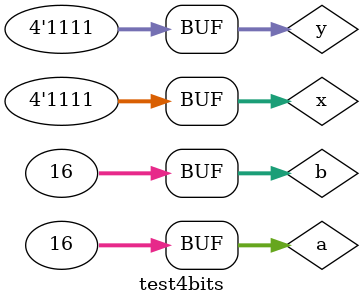
<source format=v>

 module somacompleta4bits (s,x,y);
 output [4:0] s;
 input [3:0] x, y;
 
 wire c1, c2, c3;


 meiasoma HA1 (s[0],c1,x[0],y[0]);
 somacompleta FA1 (s[1],c2,x[1],y[1],c1);
 somacompleta FA2 (s[2],c3,x[2],y[2],c2);
 somacompleta FA3 (s[3],s[4],x[3],y[3],c3);

 endmodule 

//-- Meia Soma
 module meiasoma(s0, s1,x, y);    
 output s0, s1;                  
 input x, y;                     

 xor XOR1(s0, x, y);
 and AND1(s1, x, y);
 
 endmodule

// -- Soma Completa 
 module somacompleta(s0, s1, x, y, v1);
 output s0, s1;
 input x, y, v1;
 wire s4, s5, s2;
 
 meiasoma HA1(s2, s4, x, y);
 meiasoma HA2(s0, s5, s2, v1);
 or OR1(s1,s5,s4);
 
 endmodule

// -- TESTE
  
 module test4bits;
 reg [3:0]  x, y;
 wire [4:0] s;
 integer a,b;
          
 somacompleta4bits  SOM1 (s,x,y);
 
 initial begin    //definindo valores iniciais
      x=0; y=0;
 end
 
 initial begin  //inicio
      $display("Guia 05 - Karen Alves Pereira - 407451");
      $display("Soma completa de dois valores com 4 bits");
		$display("\n   A   +   B  =   S  \n");
		$monitor("  %b%b%b%b + %b%b%b%b = %b%b%b%b%b", x[3],x[2],x[1],x[0],y[3],y[2],y[1],y[0],s[4],s[3],s[2],s[1],s[0]); 
 
   for(a=0; a <= 15; a = a+1) 
  	begin
	
   for(b=0; b <= 15; b = b+1) 
  	begin
	#1 x = a; y = b;
	
 end	
 end 
 end    
 endmodule 
</source>
